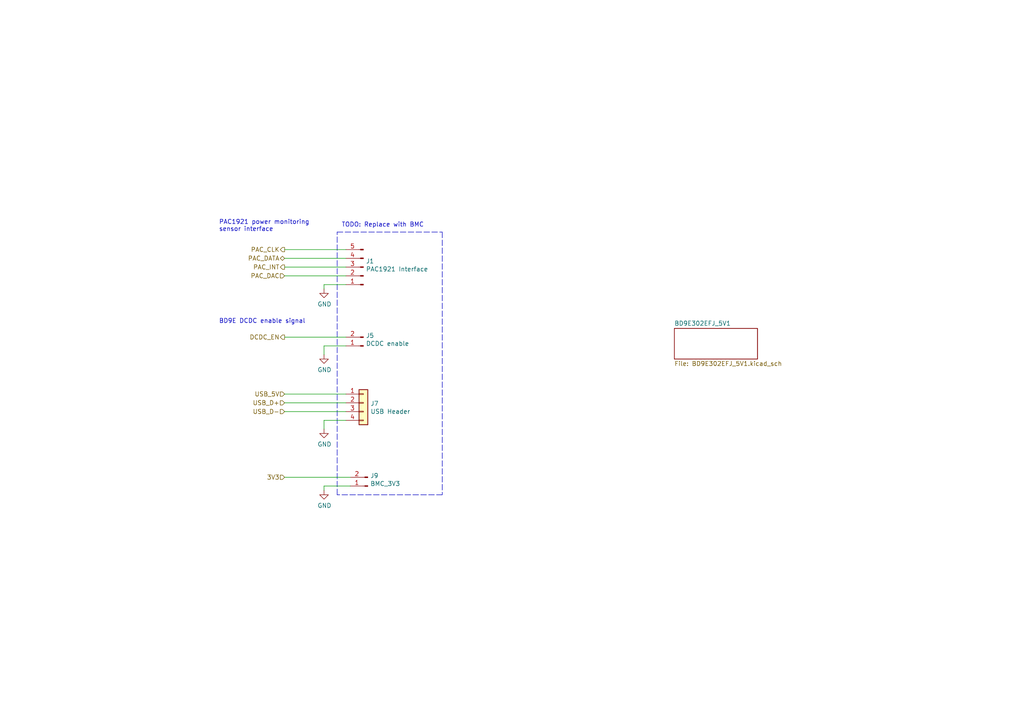
<source format=kicad_sch>
(kicad_sch (version 20211123) (generator eeschema)
  (paper "A4")
  (title_block (title "Compute unit HAT attachment") (date "2021-06-13") (rev "0.1.1") (company "Racklet") (comment 1 "https://racklet.io") (comment 2 "https://github.com/racklet/racklet") (comment 4 "Author: Verneri Hirvonen"))
  (lib_symbols
    (symbol "Connector:Conn_01x02_Male" (pin_names (offset 1.016) hide)
      (property "Reference" "J" (at 0 2.54 0))
      (property "Value" "Conn_01x02_Male" (at 0 -5.08 0))
      (symbol "Conn_01x02_Male_1_1"
        (polyline (pts (xy 1.27 -2.54) (xy 0.8636 -2.54)) (stroke (width 0.1524)))
        (polyline (pts (xy 1.27 0) (xy 0.8636 0)) (stroke (width 0.1524)))
        (rectangle (start 0.8636 -2.413) (end 0 -2.667) (stroke (width 0.1524)) (fill (type outline)))
        (rectangle (start 0.8636 0.127) (end 0 -0.127) (stroke (width 0.1524)) (fill (type outline)))
        (pin passive line (at 5.08 0 180) (length 3.81) (name "Pin_1") (number "1"))
        (pin passive line (at 5.08 -2.54 180) (length 3.81) (name "Pin_2") (number "2"))
      )
    )
    (symbol "Connector:Conn_01x05_Male" (pin_names (offset 1.016) hide)
      (property "Reference" "J" (at 0 7.62 0))
      (property "Value" "Conn_01x05_Male" (at 0 -7.62 0))
      (symbol "Conn_01x05_Male_1_1"
        (polyline (pts (xy 1.27 -5.08) (xy 0.8636 -5.08)) (stroke (width 0.1524)))
        (polyline (pts (xy 1.27 -2.54) (xy 0.8636 -2.54)) (stroke (width 0.1524)))
        (polyline (pts (xy 1.27 0) (xy 0.8636 0)) (stroke (width 0.1524)))
        (polyline (pts (xy 1.27 2.54) (xy 0.8636 2.54)) (stroke (width 0.1524)))
        (polyline (pts (xy 1.27 5.08) (xy 0.8636 5.08)) (stroke (width 0.1524)))
        (rectangle (start 0.8636 -4.953) (end 0 -5.207) (stroke (width 0.1524)) (fill (type outline)))
        (rectangle (start 0.8636 -2.413) (end 0 -2.667) (stroke (width 0.1524)) (fill (type outline)))
        (rectangle (start 0.8636 0.127) (end 0 -0.127) (stroke (width 0.1524)) (fill (type outline)))
        (rectangle (start 0.8636 2.667) (end 0 2.413) (stroke (width 0.1524)) (fill (type outline)))
        (rectangle (start 0.8636 5.207) (end 0 4.953) (stroke (width 0.1524)) (fill (type outline)))
        (pin passive line (at 5.08 5.08 180) (length 3.81) (name "Pin_1") (number "1"))
        (pin passive line (at 5.08 2.54 180) (length 3.81) (name "Pin_2") (number "2"))
        (pin passive line (at 5.08 0 180) (length 3.81) (name "Pin_3") (number "3"))
        (pin passive line (at 5.08 -2.54 180) (length 3.81) (name "Pin_4") (number "4"))
        (pin passive line (at 5.08 -5.08 180) (length 3.81) (name "Pin_5") (number "5"))
      )
    )
    (symbol "Connector_Generic:Conn_01x04" (pin_names (offset 1.016) hide)
      (property "Reference" "J" (at 0 5.08 0))
      (property "Value" "Conn_01x04" (at 0 -7.62 0))
      (symbol "Conn_01x04_1_1"
        (rectangle (start -1.27 -4.953) (end 0 -5.207) (stroke (width 0.1524)))
        (rectangle (start -1.27 -2.413) (end 0 -2.667) (stroke (width 0.1524)))
        (rectangle (start -1.27 0.127) (end 0 -0.127) (stroke (width 0.1524)))
        (rectangle (start -1.27 2.667) (end 0 2.413) (stroke (width 0.1524)))
        (rectangle (start -1.27 3.81) (end 1.27 -6.35) (stroke (width 0.254)) (fill (type background)))
        (pin passive line (at -5.08 2.54 0) (length 3.81) (name "Pin_1") (number "1"))
        (pin passive line (at -5.08 0 0) (length 3.81) (name "Pin_2") (number "2"))
        (pin passive line (at -5.08 -2.54 0) (length 3.81) (name "Pin_3") (number "3"))
        (pin passive line (at -5.08 -5.08 0) (length 3.81) (name "Pin_4") (number "4"))
      )
    )
    (symbol "power:GND" (power) (pin_names (offset 0))
      (property "Value" "GND" (at 0 -3.81 0))
      (symbol "GND_0_1"
        (polyline (pts (xy 0 0) (xy 0 -1.27) (xy 1.27 -1.27) (xy 0 -2.54) (xy -1.27 -1.27) (xy 0 -1.27)))
      )
      (symbol "GND_1_1"
        (pin power_in line (at 0 0 270) (length 0) hide (name "GND") (number "1"))
      )
    )
  )
  (polyline (pts (xy 97.79 67.31) (xy 128.27 67.31)))
  (wire (pts (xy 101.6 138.43) (xy 82.55 138.43)))
  (polyline (pts (xy 128.27 143.51) (xy 97.79 143.51)))
  (wire (pts (xy 100.33 80.01) (xy 82.55 80.01)))
  (wire (pts (xy 100.33 74.93) (xy 82.55 74.93)))
  (wire (pts (xy 93.98 121.92) (xy 93.98 124.46)))
  (wire (pts (xy 93.98 100.33) (xy 93.98 102.87)))
  (wire (pts (xy 100.33 97.79) (xy 82.55 97.79)))
  (wire (pts (xy 93.98 140.97) (xy 101.6 140.97)))
  (wire (pts (xy 100.33 114.3) (xy 82.55 114.3)))
  (wire (pts (xy 82.55 119.38) (xy 100.33 119.38)))
  (wire (pts (xy 100.33 121.92) (xy 93.98 121.92)))
  (wire (pts (xy 100.33 100.33) (xy 93.98 100.33)))
  (wire (pts (xy 100.33 116.84) (xy 82.55 116.84)))
  (polyline (pts (xy 97.79 143.51) (xy 97.79 67.31)))
  (wire (pts (xy 100.33 72.39) (xy 82.55 72.39)))
  (wire (pts (xy 100.33 77.47) (xy 82.55 77.47)))
  (polyline (pts (xy 128.27 67.31) (xy 128.27 143.51)))
  (wire (pts (xy 93.98 83.82) (xy 93.98 82.55)))
  (wire (pts (xy 93.98 142.24) (xy 93.98 140.97)))
  (wire (pts (xy 93.98 82.55) (xy 100.33 82.55)))
  (text "PAC1921 power monitoring\nsensor interface" (at 63.5 67.31 0) (effects (font (size 1.27 1.27)) (justify left bottom)))
  (text "BD9E DCDC enable signal" (at 63.5 93.98 0) (effects (font (size 1.27 1.27)) (justify left bottom)))
  (text "TODO: Replace with BMC" (at 99.06 66.04 0) (effects (font (size 1.27 1.27)) (justify left bottom)))
  (hierarchical_label "3V3" (shape input) (at 82.55 138.43 180))
  (hierarchical_label "PAC_DATA" (shape bidirectional) (at 82.55 74.93 180))
  (hierarchical_label "PAC_DAC" (shape input) (at 82.55 80.01 180))
  (hierarchical_label "PAC_CLK" (shape output) (at 82.55 72.39 180))
  (hierarchical_label "USB_5V" (shape input) (at 82.55 114.3 180))
  (hierarchical_label "USB_D+" (shape input) (at 82.55 116.84 180))
  (hierarchical_label "USB_D-" (shape input) (at 82.55 119.38 180))
  (hierarchical_label "PAC_INT" (shape output) (at 82.55 77.47 180))
  (hierarchical_label "DCDC_EN" (shape output) (at 82.55 97.79 180))
  (symbol (lib_id "power:GND") (at 93.98 83.82 0) (unit 1)
    (property "Reference" "#PWR01" (effects hide))
    (property "Value" "GND" (at 94.107 88.2142 0))
  )
  (symbol (lib_id "Connector:Conn_01x02_Male") (at 105.41 100.33 180) (unit 1)
    (property "Reference" "J5" (at 106.1212 97.3328 0) (effects (justify right)))
    (property "Value" "DCDC enable" (at 106.1212 99.6442 0) (effects (justify right)))
    (property "Footprint" "Connector_PinHeader_2.54mm:PinHeader_1x02_P2.54mm_Vertical" (effects hide))
  )
  (symbol (lib_id "power:GND") (at 93.98 102.87 0) (unit 1)
    (property "Reference" "#PWR019" (effects hide))
    (property "Value" "GND" (at 94.107 107.2642 0))
  )
  (symbol (lib_id "Connector:Conn_01x05_Male") (at 105.41 77.47 180) (unit 1)
    (property "Reference" "J1" (at 106.1212 75.7428 0) (effects (justify right)))
    (property "Value" "PAC1921 Interface" (at 106.1212 78.0542 0) (effects (justify right)))
    (property "Footprint" "Connector_PinHeader_2.54mm:PinHeader_1x05_P2.54mm_Vertical" (effects hide))
  )
  (symbol (lib_id "power:GND") (at 93.98 124.46 0) (unit 1)
    (property "Reference" "#PWR0103" (effects hide))
    (property "Value" "GND" (at 94.107 128.8542 0))
  )
  (symbol (lib_id "Connector:Conn_01x02_Male") (at 106.68 140.97 180) (unit 1)
    (property "Reference" "J9" (at 107.3912 137.9728 0) (effects (justify right)))
    (property "Value" "BMC_3V3" (at 107.3912 140.2842 0) (effects (justify right)))
    (property "Footprint" "Connector_PinHeader_2.54mm:PinHeader_1x02_P2.54mm_Vertical" (effects hide))
  )
  (symbol (lib_id "power:GND") (at 93.98 142.24 0) (unit 1)
    (property "Reference" "#PWR04" (effects hide))
    (property "Value" "GND" (at 94.107 146.6342 0))
  )
  (symbol (lib_id "Connector_Generic:Conn_01x04") (at 105.41 116.84 0) (unit 1)
    (property "Reference" "J7" (at 107.442 117.0432 0) (effects (justify left)))
    (property "Value" "USB Header" (at 107.442 119.3546 0) (effects (justify left)))
    (property "Footprint" "Connector_PinHeader_2.54mm:PinHeader_1x04_P2.54mm_Vertical" (effects hide))
  )
  (sheet (at 195.58 95.25) (size 24.13 8.89)
    (property "Sheet name" "BD9E302EFJ_5V1" (at 195.58 94.5384 0) (effects (justify left bottom)))
    (property "Sheet file" "BD9E302EFJ_5V1.kicad_sch" (at 195.58 104.7246 0) (effects (justify left top)))
  )
)
</source>
